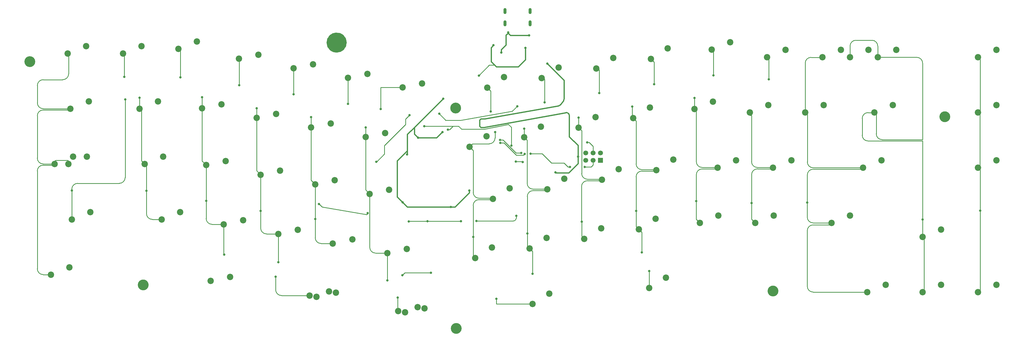
<source format=gbr>
%TF.GenerationSoftware,KiCad,Pcbnew,(6.0.1)*%
%TF.CreationDate,2022-01-26T01:35:16+07:00*%
%TF.ProjectId,Maja V1 PCB Redesign,4d616a61-2056-4312-9050-434220526564,rev?*%
%TF.SameCoordinates,Original*%
%TF.FileFunction,Copper,L1,Top*%
%TF.FilePolarity,Positive*%
%FSLAX46Y46*%
G04 Gerber Fmt 4.6, Leading zero omitted, Abs format (unit mm)*
G04 Created by KiCad (PCBNEW (6.0.1)) date 2022-01-26 01:35:16*
%MOMM*%
%LPD*%
G01*
G04 APERTURE LIST*
%TA.AperFunction,NonConductor*%
%ADD10C,1.874879*%
%TD*%
%TA.AperFunction,NonConductor*%
%ADD11C,3.467596*%
%TD*%
%TA.AperFunction,ComponentPad*%
%ADD12R,1.700000X1.700000*%
%TD*%
%TA.AperFunction,ComponentPad*%
%ADD13C,1.700000*%
%TD*%
%TA.AperFunction,ComponentPad*%
%ADD14C,2.200000*%
%TD*%
%TA.AperFunction,ComponentPad*%
%ADD15O,1.050000X2.100000*%
%TD*%
%TA.AperFunction,ViaPad*%
%ADD16C,0.800000*%
%TD*%
%TA.AperFunction,Conductor*%
%ADD17C,0.250000*%
%TD*%
%TA.AperFunction,Conductor*%
%ADD18C,0.381000*%
%TD*%
G04 APERTURE END LIST*
D10*
X360414485Y-115640758D02*
G75*
G03*
X360414485Y-115640758I-937439J0D01*
G01*
X192314491Y-188640764D02*
G75*
G03*
X192314491Y-188640764I-937439J0D01*
G01*
X84614503Y-173640769D02*
G75*
G03*
X84614503Y-173640769I-937439J0D01*
G01*
X45614479Y-96640770D02*
G75*
G03*
X45614479Y-96640770I-937439J0D01*
G01*
D11*
X151962431Y-90066692D02*
G75*
G03*
X151962431Y-90066692I-1733798J0D01*
G01*
D10*
X192114491Y-112640764D02*
G75*
G03*
X192114491Y-112640764I-937439J0D01*
G01*
X301293241Y-175742746D02*
G75*
G03*
X301293241Y-175742746I-937439J0D01*
G01*
D12*
%TO.P,J2,6,GND*%
%TO.N,GND*%
X241014640Y-130652321D03*
D13*
%TO.P,J2,5,~{RST}*%
%TO.N,RESET*%
X241014640Y-128112321D03*
%TO.P,J2,4,MOSI*%
%TO.N,MOSI*%
X238474640Y-130652321D03*
%TO.P,J2,3,SCK*%
%TO.N,SCK*%
X238474640Y-128112321D03*
%TO.P,J2,2,VCC*%
%TO.N,+5V*%
X235934640Y-130652321D03*
%TO.P,J2,1,MISO*%
%TO.N,MISO*%
X235934640Y-128112321D03*
%TD*%
D14*
%TO.P,K40,1,COL*%
%TO.N,COL9*%
X241480492Y-137332689D03*
%TO.P,K40,2,ROW*%
%TO.N,Net-(D40-Pad2)*%
X247292955Y-133728611D03*
%TD*%
%TO.P,K31,1,COL*%
%TO.N,COL15*%
X370872676Y-114200950D03*
%TO.P,K31,2,ROW*%
%TO.N,Net-(D31-Pad2)*%
X377222676Y-111660950D03*
%TD*%
%TO.P,K54,1,COL*%
%TO.N,COL9*%
X235408492Y-157747039D03*
%TO.P,K54,2,ROW*%
%TO.N,Net-(D54-Pad2)*%
X241220955Y-154142961D03*
%TD*%
%TO.P,K33,1,COL*%
%TO.N,COL2*%
X84171026Y-131918350D03*
%TO.P,K33,2,ROW*%
%TO.N,Net-(D33-Pad2)*%
X90521026Y-129378350D03*
%TD*%
%TO.P,K62,1,COL*%
%TO.N,COL4*%
X143270765Y-177708966D03*
%TO.P,K62,2,ROW*%
%TO.N,Net-(D62-Pad2)*%
X149965361Y-176310220D03*
%TD*%
%TO.P,K21,1,COL*%
%TO.N,COL5*%
X141470625Y-119350764D03*
%TO.P,K21,2,ROW*%
%TO.N,Net-(D21-Pad2)*%
X148165221Y-117952018D03*
%TD*%
%TO.P,K16,1,COL*%
%TO.N,COL15*%
X370872676Y-95152200D03*
%TO.P,K16,2,ROW*%
%TO.N,Net-(D16-Pad2)*%
X377222676Y-92612200D03*
%TD*%
%TO.P,K6,1,COL*%
%TO.N,COL5*%
X154158374Y-102244264D03*
%TO.P,K6,2,ROW*%
%TO.N,Net-(D6-Pad2)*%
X160852970Y-100845518D03*
%TD*%
%TO.P,K69,1,COL*%
%TO.N,COL14*%
X326868179Y-95152229D03*
%TO.P,K69,2,ROW*%
%TO.N,Net-(D15-Pad2)*%
X333218179Y-92612229D03*
%TD*%
%TO.P,K48,1,COL*%
%TO.N,COL3*%
X111403375Y-152736789D03*
%TO.P,K48,2,ROW*%
%TO.N,Net-(D48-Pad2)*%
X118097971Y-151338043D03*
%TD*%
%TO.P,K2,1,COL*%
%TO.N,COL1*%
X76740626Y-93818200D03*
%TO.P,K2,2,ROW*%
%TO.N,Net-(D2-Pad2)*%
X83090626Y-91278200D03*
%TD*%
%TO.P,K70,1,COL*%
%TO.N,COL4*%
X140925691Y-177295466D03*
%TO.P,K70,2,ROW*%
%TO.N,Net-(D62-Pad2)*%
X147620287Y-175896720D03*
%TD*%
%TO.P,K14,1,COL*%
%TO.N,COL13*%
X317343179Y-95152229D03*
%TO.P,K14,2,ROW*%
%TO.N,Net-(D14-Pad2)*%
X323693179Y-92612229D03*
%TD*%
%TO.P,K65,1,COL*%
%TO.N,COL10*%
X257746381Y-174724457D03*
%TO.P,K65,2,ROW*%
%TO.N,Net-(D65-Pad2)*%
X263558844Y-171120379D03*
%TD*%
%TO.P,K56,1,COL*%
%TO.N,COL11*%
X275242176Y-152251650D03*
%TO.P,K56,2,ROW*%
%TO.N,Net-(D56-Pad2)*%
X281592176Y-149711650D03*
%TD*%
%TO.P,K52,1,COL*%
%TO.N,COL7*%
X197887492Y-164362838D03*
%TO.P,K52,2,ROW*%
%TO.N,Net-(D52-Pad2)*%
X203699955Y-160758760D03*
%TD*%
%TO.P,K3,1,COL*%
%TO.N,COL2*%
X95790626Y-92230700D03*
%TO.P,K3,2,ROW*%
%TO.N,Net-(D3-Pad2)*%
X102140626Y-89690700D03*
%TD*%
%TO.P,K36,1,COL*%
%TO.N,COL5*%
X142853124Y-138937889D03*
%TO.P,K36,2,ROW*%
%TO.N,Net-(D36-Pad2)*%
X149547720Y-137539143D03*
%TD*%
%TO.P,K37,1,COL*%
%TO.N,COL6*%
X161613374Y-142246239D03*
%TO.P,K37,2,ROW*%
%TO.N,Net-(D37-Pad2)*%
X168307970Y-140847493D03*
%TD*%
%TO.P,K27,1,COL*%
%TO.N,COL11*%
X273337176Y-112982650D03*
%TO.P,K27,2,ROW*%
%TO.N,Net-(D27-Pad2)*%
X279687176Y-110442650D03*
%TD*%
%TO.P,K64,1,COL*%
%TO.N,COL8*%
X217610742Y-180229013D03*
%TO.P,K64,2,ROW*%
%TO.N,Net-(D64-Pad2)*%
X223423205Y-176624935D03*
%TD*%
%TO.P,K51,1,COL*%
%TO.N,COL6*%
X167685625Y-162660789D03*
%TO.P,K51,2,ROW*%
%TO.N,Net-(D51-Pad2)*%
X174380221Y-161262043D03*
%TD*%
%TO.P,K1,1,COL*%
%TO.N,COL0*%
X57690626Y-93818200D03*
%TO.P,K1,2,ROW*%
%TO.N,Net-(D1-Pad2)*%
X64040626Y-91278200D03*
%TD*%
%TO.P,K22,1,COL*%
%TO.N,COL6*%
X160231125Y-122658789D03*
%TO.P,K22,2,ROW*%
%TO.N,Net-(D22-Pad2)*%
X166925721Y-121260043D03*
%TD*%
%TO.P,K11,1,COL*%
%TO.N,COL10*%
X258315992Y-95675889D03*
%TO.P,K11,2,ROW*%
%TO.N,Net-(D11-Pad2)*%
X264128455Y-92071811D03*
%TD*%
%TO.P,K35,1,COL*%
%TO.N,COL4*%
X124092125Y-135630589D03*
%TO.P,K35,2,ROW*%
%TO.N,Net-(D35-Pad2)*%
X130786721Y-134231843D03*
%TD*%
%TO.P,K18,1,COL*%
%TO.N,COL2*%
X82456176Y-112868350D03*
%TO.P,K18,2,ROW*%
%TO.N,Net-(D18-Pad2)*%
X88806176Y-110328350D03*
%TD*%
%TO.P,K44,1,COL*%
%TO.N,COL13*%
X331343676Y-133250950D03*
%TO.P,K44,2,ROW*%
%TO.N,Net-(D44-Pad2)*%
X337693676Y-130710950D03*
%TD*%
%TO.P,K50,1,COL*%
%TO.N,COL5*%
X148924874Y-159352789D03*
%TO.P,K50,2,ROW*%
%TO.N,Net-(D50-Pad2)*%
X155619470Y-157954043D03*
%TD*%
%TO.P,K34,1,COL*%
%TO.N,COL3*%
X105331574Y-132321889D03*
%TO.P,K34,2,ROW*%
%TO.N,Net-(D34-Pad2)*%
X112026170Y-130923143D03*
%TD*%
%TO.P,K26,1,COL*%
%TO.N,COL10*%
X252243492Y-116090338D03*
%TO.P,K26,2,ROW*%
%TO.N,Net-(D26-Pad2)*%
X258055955Y-112486260D03*
%TD*%
%TO.P,K10,1,COL*%
%TO.N,COL9*%
X239554992Y-98984489D03*
%TO.P,K10,2,ROW*%
%TO.N,Net-(D10-Pad2)*%
X245367455Y-95380411D03*
%TD*%
%TO.P,K63,1,COL*%
%TO.N,COL6*%
X173756720Y-183084462D03*
%TO.P,K63,2,ROW*%
%TO.N,Net-(D63-Pad2)*%
X180451316Y-181685716D03*
%TD*%
%TO.P,K15,1,COL*%
%TO.N,COL14*%
X336393179Y-95152229D03*
%TO.P,K15,2,ROW*%
%TO.N,Net-(D15-Pad2)*%
X342743179Y-92612229D03*
%TD*%
%TO.P,K20,1,COL*%
%TO.N,COL4*%
X122710374Y-116042437D03*
%TO.P,K20,2,ROW*%
%TO.N,Net-(D20-Pad2)*%
X129404970Y-114643691D03*
%TD*%
%TO.P,K17,1,COL*%
%TO.N,COL0*%
X58643676Y-112868350D03*
%TO.P,K17,2,ROW*%
%TO.N,Net-(D17-Pad2)*%
X64993676Y-110328350D03*
%TD*%
%TO.P,K7,1,COL*%
%TO.N,COL6*%
X172920374Y-105552189D03*
%TO.P,K7,2,ROW*%
%TO.N,Net-(D7-Pad2)*%
X179614970Y-104153443D03*
%TD*%
%TO.P,K19,1,COL*%
%TO.N,COL3*%
X103949474Y-112734789D03*
%TO.P,K19,2,ROW*%
%TO.N,Net-(D19-Pad2)*%
X110644070Y-111336043D03*
%TD*%
%TO.P,K5,1,COL*%
%TO.N,COL4*%
X135398375Y-98936289D03*
%TO.P,K5,2,ROW*%
%TO.N,Net-(D5-Pad2)*%
X142092971Y-97537543D03*
%TD*%
%TO.P,K24,1,COL*%
%TO.N,COL8*%
X214722242Y-122706138D03*
%TO.P,K24,2,ROW*%
%TO.N,Net-(D24-Pad2)*%
X220534705Y-119102060D03*
%TD*%
%TO.P,K28,1,COL*%
%TO.N,COL12*%
X292387176Y-114200950D03*
%TO.P,K28,2,ROW*%
%TO.N,Net-(D28-Pad2)*%
X298737176Y-111660950D03*
%TD*%
%TO.P,K67,1,COL*%
%TO.N,COL14*%
X351822676Y-176114050D03*
%TO.P,K67,2,ROW*%
%TO.N,Net-(D67-Pad2)*%
X358172676Y-173574050D03*
%TD*%
%TO.P,K59,1,COL*%
%TO.N,COL14*%
X351822676Y-157063950D03*
%TO.P,K59,2,ROW*%
%TO.N,Net-(D59-Pad2)*%
X358172676Y-154523950D03*
%TD*%
%TO.P,K8,1,COL*%
%TO.N,COL7*%
X202033992Y-105600589D03*
%TO.P,K8,2,ROW*%
%TO.N,Net-(D8-Pad2)*%
X207846455Y-101996511D03*
%TD*%
%TO.P,K9,1,COL*%
%TO.N,COL8*%
X220794742Y-102291738D03*
%TO.P,K9,2,ROW*%
%TO.N,Net-(D9-Pad2)*%
X226607205Y-98687660D03*
%TD*%
%TO.P,K39,1,COL*%
%TO.N,COL8*%
X222720242Y-140639963D03*
%TO.P,K39,2,ROW*%
%TO.N,Net-(D39-Pad2)*%
X228532705Y-137035885D03*
%TD*%
%TO.P,K49,1,COL*%
%TO.N,COL4*%
X130165125Y-156044789D03*
%TO.P,K49,2,ROW*%
%TO.N,Net-(D49-Pad2)*%
X136859721Y-154646043D03*
%TD*%
%TO.P,K43,1,COL*%
%TO.N,COL12*%
X300387676Y-133250950D03*
%TO.P,K43,2,ROW*%
%TO.N,Net-(D43-Pad2)*%
X306737676Y-130710950D03*
%TD*%
%TO.P,K47,1,COL*%
%TO.N,COL2*%
X90076519Y-151038991D03*
%TO.P,K47,2,ROW*%
%TO.N,Net-(D47-Pad2)*%
X96426519Y-148498991D03*
%TD*%
%TO.P,K58,1,COL*%
%TO.N,COL13*%
X320485926Y-152251650D03*
%TO.P,K58,2,ROW*%
%TO.N,Net-(D58-Pad2)*%
X326835926Y-149711650D03*
%TD*%
%TO.P,K29,1,COL*%
%TO.N,COL13*%
X311437176Y-114200950D03*
%TO.P,K29,2,ROW*%
%TO.N,Net-(D29-Pad2)*%
X317787176Y-111660950D03*
%TD*%
%TO.P,K23,1,COL*%
%TO.N,COL7*%
X195961992Y-126014838D03*
%TO.P,K23,2,ROW*%
%TO.N,Net-(D23-Pad2)*%
X201774455Y-122410760D03*
%TD*%
%TO.P,K71,1,COL*%
%TO.N,COL6*%
X171411646Y-182670962D03*
%TO.P,K71,2,ROW*%
%TO.N,Net-(D63-Pad2)*%
X178106242Y-181272216D03*
%TD*%
%TO.P,K61,1,COL*%
%TO.N,COL3*%
X106892992Y-172270156D03*
%TO.P,K61,2,ROW*%
%TO.N,Net-(D61-Pad2)*%
X113587588Y-170871410D03*
%TD*%
%TO.P,K45,1,COL*%
%TO.N,COL15*%
X370872676Y-133250950D03*
%TO.P,K45,2,ROW*%
%TO.N,Net-(D45-Pad2)*%
X377222676Y-130710950D03*
%TD*%
%TO.P,K42,1,COL*%
%TO.N,COL11*%
X281337676Y-133250950D03*
%TO.P,K42,2,ROW*%
%TO.N,Net-(D42-Pad2)*%
X287687676Y-130710950D03*
%TD*%
%TO.P,K25,1,COL*%
%TO.N,COL9*%
X233482242Y-119398614D03*
%TO.P,K25,2,ROW*%
%TO.N,Net-(D25-Pad2)*%
X239294705Y-115794536D03*
%TD*%
%TO.P,K32,1,COL*%
%TO.N,COL0*%
X57976469Y-131918691D03*
%TO.P,K32,2,ROW*%
%TO.N,Net-(D32-Pad2)*%
X64326469Y-129378691D03*
%TD*%
%TO.P,K38,1,COL*%
%TO.N,COL7*%
X203959492Y-143948664D03*
%TO.P,K38,2,ROW*%
%TO.N,Net-(D38-Pad2)*%
X209771955Y-140344586D03*
%TD*%
%TO.P,K46,1,COL*%
%TO.N,COL1*%
X59111615Y-151039046D03*
%TO.P,K46,2,ROW*%
%TO.N,Net-(D46-Pad2)*%
X65461615Y-148499046D03*
%TD*%
%TO.P,K68,1,COL*%
%TO.N,COL15*%
X370872676Y-176114050D03*
%TO.P,K68,2,ROW*%
%TO.N,Net-(D68-Pad2)*%
X377222676Y-173574050D03*
%TD*%
%TO.P,K30,1,COL*%
%TO.N,COL14*%
X335250676Y-114200950D03*
%TO.P,K30,2,ROW*%
%TO.N,Net-(D30-Pad2)*%
X341600676Y-111660950D03*
%TD*%
%TO.P,K57,1,COL*%
%TO.N,COL12*%
X294292176Y-152251650D03*
%TO.P,K57,2,ROW*%
%TO.N,Net-(D57-Pad2)*%
X300642176Y-149711650D03*
%TD*%
%TO.P,K66,1,COL*%
%TO.N,COL13*%
X332772676Y-176114050D03*
%TO.P,K66,2,ROW*%
%TO.N,Net-(D66-Pad2)*%
X339122676Y-173574050D03*
%TD*%
%TO.P,K41,1,COL*%
%TO.N,COL10*%
X260241742Y-134023988D03*
%TO.P,K41,2,ROW*%
%TO.N,Net-(D41-Pad2)*%
X266054205Y-130419910D03*
%TD*%
%TO.P,K12,1,COL*%
%TO.N,COL11*%
X279242676Y-92484200D03*
%TO.P,K12,2,ROW*%
%TO.N,Net-(D12-Pad2)*%
X285592676Y-89944200D03*
%TD*%
%TO.P,K60,1,COL*%
%TO.N,COL0*%
X51975976Y-170089500D03*
%TO.P,K60,2,ROW*%
%TO.N,Net-(D60-Pad2)*%
X58325976Y-167549500D03*
%TD*%
%TO.P,K4,1,COL*%
%TO.N,COL3*%
X116637875Y-95628189D03*
%TO.P,K4,2,ROW*%
%TO.N,Net-(D4-Pad2)*%
X123332471Y-94229443D03*
%TD*%
%TO.P,K72,1,COL*%
%TO.N,COL0*%
X53213969Y-131918691D03*
%TO.P,K72,2,ROW*%
%TO.N,Net-(D32-Pad2)*%
X59563969Y-129378691D03*
%TD*%
%TO.P,K53,1,COL*%
%TO.N,COL8*%
X216647992Y-161054939D03*
%TO.P,K53,2,ROW*%
%TO.N,Net-(D53-Pad2)*%
X222460455Y-157450861D03*
%TD*%
%TO.P,K55,1,COL*%
%TO.N,COL10*%
X254168992Y-154439039D03*
%TO.P,K55,2,ROW*%
%TO.N,Net-(D55-Pad2)*%
X259981455Y-150834961D03*
%TD*%
%TO.P,K13,1,COL*%
%TO.N,COL12*%
X298292676Y-95152200D03*
%TO.P,K13,2,ROW*%
%TO.N,Net-(D13-Pad2)*%
X304642676Y-92612200D03*
%TD*%
D15*
%TO.P,J1,S1,SHIELD*%
%TO.N,GND*%
X208117499Y-83400000D03*
%TO.P,J1,S2,SHIELD*%
X216757499Y-83400000D03*
%TO.P,J1,S3,SHIELD*%
X208117499Y-79220000D03*
%TO.P,J1,S4,SHIELD*%
X216757499Y-79220000D03*
%TD*%
D16*
%TO.N,SCK*%
X236417140Y-124482321D03*
%TO.N,GND*%
X233267140Y-129432321D03*
%TO.N,MOSI*%
X235567140Y-132932321D03*
X230517140Y-132932321D03*
%TO.N,COL3*%
X111539364Y-163155712D03*
%TO.N,+5V*%
X178245772Y-122893927D03*
%TO.N,GND*%
X222749112Y-97279188D03*
X225465105Y-134791262D03*
%TO.N,MISO*%
X214277248Y-131238062D03*
X211889326Y-131111376D03*
%TO.N,GND*%
X199139800Y-101452937D03*
X204197995Y-91004766D03*
X215189838Y-91907321D03*
%TO.N,MOSI*%
X216949504Y-128401838D03*
X214884273Y-128498646D03*
X206540203Y-124689278D03*
%TO.N,SCK*%
X213737584Y-128150848D03*
X206484976Y-123662637D03*
%TO.N,ROW1*%
X188505960Y-120085876D03*
%TO.N,+5V*%
X186661275Y-120911126D03*
%TO.N,ROW1*%
X210359504Y-125556210D03*
X180350921Y-118901579D03*
X175316923Y-115061542D03*
X163870510Y-131139726D03*
%TO.N,ROW0*%
X212391279Y-112008220D03*
X185562195Y-114613854D03*
%TO.N,ROW 2*%
X181457998Y-151643199D03*
%TO.N,ROW3*%
X172817140Y-170332321D03*
X182667140Y-169432321D03*
%TO.N,ROW 2*%
X175017140Y-151732321D03*
X193017140Y-151632321D03*
X212017140Y-149775392D03*
X198367140Y-151582321D03*
%TO.N,+5V*%
X174467139Y-128632331D03*
X172892140Y-145107321D03*
X189517140Y-146782321D03*
%TO.N,VCC*%
X206917140Y-93513571D03*
%TO.N,+5V*%
X195867140Y-141082321D03*
X186917140Y-109382321D03*
%TO.N,VCC*%
X209267140Y-86582321D03*
X216417140Y-87582321D03*
%TO.N,COL11*%
X273337176Y-109141370D03*
%TO.N,COL10*%
X251949250Y-112087436D03*
%TO.N,COL9*%
X233482242Y-115960690D03*
%TO.N,COL8*%
X214722242Y-119763906D03*
%TO.N,COL7*%
X204724250Y-120903997D03*
X203199250Y-113788913D03*
%TO.N,COL8*%
X221799250Y-110726543D03*
%TO.N,COL9*%
X240599250Y-107464172D03*
%TO.N,COL10*%
X259415991Y-104402879D03*
%TO.N,COL11*%
X279824250Y-101347393D03*
%TO.N,COL12*%
X298949250Y-102769819D03*
%TO.N,COL8*%
X205149250Y-178384290D03*
%TO.N,COL10*%
X257746381Y-168866569D03*
X255224250Y-162417856D03*
%TO.N,COL8*%
X217674250Y-169763866D03*
%TO.N,COL6*%
X167685625Y-172048505D03*
X171258633Y-177994917D03*
%TO.N,COL4*%
X129249250Y-170761469D03*
X130165125Y-165850187D03*
%TO.N,COL6*%
X165374250Y-112963630D03*
%TO.N,COL5*%
X154158374Y-111185766D03*
%TO.N,COL4*%
X135398375Y-107938156D03*
%TO.N,COL6*%
X160231125Y-119330608D03*
%TO.N,COL5*%
X141470625Y-115801144D03*
%TO.N,COL4*%
X122710374Y-112707065D03*
%TO.N,COL3*%
X103949474Y-108911779D03*
%TO.N,COL2*%
X82456176Y-109058988D03*
%TO.N,COL1*%
X77474250Y-109684569D03*
X77199250Y-101894312D03*
%TO.N,COL2*%
X96449250Y-102014215D03*
%TO.N,COL3*%
X116699250Y-104743489D03*
%TO.N,COL7*%
X197199250Y-157066323D03*
%TO.N,COL8*%
X215824250Y-155861664D03*
%TO.N,COL9*%
X234524250Y-151820906D03*
%TO.N,COL10*%
X253249250Y-148140087D03*
%TO.N,COL11*%
X273974250Y-144693248D03*
%TO.N,COL12*%
X292999250Y-145362934D03*
%TO.N,COL5*%
X142853124Y-150871875D03*
%TO.N,COL4*%
X124092125Y-148122874D03*
%TO.N,COL13*%
X312149250Y-145255749D03*
%TO.N,COL14*%
X351822676Y-151112323D03*
%TO.N,ROW 2*%
X144160657Y-145725401D03*
X160888874Y-148907500D03*
%TO.N,COL15*%
X371599250Y-148016075D03*
%TO.N,COL1*%
X59111615Y-141083710D03*
%TO.N,COL2*%
X84799250Y-141136075D03*
%TO.N,COL3*%
X105357499Y-144647500D03*
%TD*%
D17*
%TO.N,SCK*%
X238474640Y-125839821D02*
X238474640Y-128112321D01*
X237117140Y-124482321D02*
X238474640Y-125839821D01*
X236417140Y-124482321D02*
X237117140Y-124482321D01*
D18*
%TO.N,GND*%
X233267140Y-129432321D02*
X233267140Y-131782321D01*
X230086097Y-134963364D02*
X225637207Y-134963364D01*
X233267140Y-131782321D02*
X230086097Y-134963364D01*
X233267140Y-125515661D02*
X233267140Y-129432321D01*
X230275970Y-122524491D02*
X233267140Y-125515661D01*
X230275970Y-115239103D02*
X230275970Y-122524491D01*
X229944057Y-114492976D02*
X229983077Y-114531996D01*
X200993651Y-119291500D02*
X229058992Y-114216045D01*
X199874528Y-119366324D02*
X200918827Y-119366324D01*
X199871662Y-119368032D02*
X199874528Y-119366324D01*
X199866367Y-119365838D02*
X199871662Y-119368032D01*
X199862314Y-119361785D02*
X199866367Y-119365838D01*
X199860120Y-119356490D02*
X199862314Y-119361785D01*
X199861828Y-119353624D02*
X199860120Y-119356490D01*
X199444944Y-118936740D02*
X199861828Y-119353624D01*
X199444944Y-116784549D02*
X199444944Y-118936740D01*
X199861828Y-116367665D02*
X199444944Y-116784549D01*
X199860120Y-116364799D02*
X199861828Y-116367665D01*
X199866367Y-116355451D02*
X199862314Y-116359504D01*
X199862314Y-116359504D02*
X199860120Y-116364799D01*
X199871662Y-116353257D02*
X199866367Y-116355451D01*
X199874528Y-116354965D02*
X199871662Y-116353257D01*
X201181048Y-116354965D02*
X199874528Y-116354965D01*
X200918827Y-119366324D02*
X200993651Y-119291500D01*
X222749112Y-97279188D02*
X228509167Y-103039243D01*
X228509167Y-103039243D02*
X228509167Y-109450939D01*
X230275969Y-115239103D02*
G75*
G03*
X229983076Y-114531997I-999993J3D01*
G01*
X226579425Y-111885305D02*
X201181048Y-116354965D01*
X229944056Y-114492977D02*
G75*
G03*
X229058992Y-114216046I-707106J-707107D01*
G01*
X228304948Y-110056523D02*
X227201887Y-111506024D01*
X226579425Y-111885305D02*
G75*
G03*
X227201886Y-111506024I-173320J984867D01*
G01*
X228304948Y-110056523D02*
G75*
G03*
X228509167Y-109450939I-795780J605584D01*
G01*
D17*
%TO.N,MOSI*%
X237817140Y-132932321D02*
X238474640Y-132274821D01*
X235567140Y-132932321D02*
X237817140Y-132932321D01*
X238474640Y-132274821D02*
X238474640Y-130652321D01*
X230517140Y-132952321D02*
X230517140Y-132932321D01*
X229859637Y-132952321D02*
X230517140Y-132952321D01*
%TO.N,GND*%
X225465105Y-134791262D02*
X225637207Y-134963364D01*
%TO.N,COL13*%
X312149250Y-150251650D02*
G75*
G03*
X314149250Y-152251650I1999999J-1D01*
G01*
X314149250Y-152935844D02*
G75*
G03*
X312149250Y-154935844I-1J-1999999D01*
G01*
X312149250Y-174110844D02*
G75*
G03*
X314149250Y-176110844I1999999J-1D01*
G01*
%TO.N,ROW 2*%
X211017140Y-151582321D02*
G75*
G03*
X212017140Y-150582321I1J999999D01*
G01*
%TO.N,COL7*%
X199212095Y-143748542D02*
G75*
G02*
X197212095Y-141748542I-1J1999999D01*
G01*
X199199250Y-144210844D02*
G75*
G03*
X197199250Y-146210844I-1J-1999999D01*
G01*
X204724250Y-122985844D02*
G75*
G02*
X202724250Y-124985844I-1999999J-1D01*
G01*
%TO.N,COL8*%
X217824250Y-141110844D02*
G75*
G03*
X215824250Y-143110844I-1J-1999999D01*
G01*
X217774250Y-140610844D02*
G75*
G02*
X215774250Y-138610844I-1J1999999D01*
G01*
%TO.N,COL10*%
X255249250Y-133885844D02*
G75*
G02*
X253249250Y-131885844I-1J1999999D01*
G01*
X255249250Y-134360844D02*
G75*
G03*
X253249250Y-136360844I-1J-1999999D01*
G01*
%TO.N,COL9*%
X236494994Y-137693573D02*
G75*
G03*
X234494994Y-139693573I-1J-1999999D01*
G01*
X234524250Y-135209137D02*
G75*
G03*
X236524250Y-137209137I1999999J-1D01*
G01*
X234494994Y-151791650D02*
X234524250Y-151820906D01*
X234494994Y-139693573D02*
X234494994Y-151791650D01*
X241480492Y-137693573D02*
X236494994Y-137693573D01*
X241480492Y-137332689D02*
X241480492Y-137693573D01*
X241356940Y-137209137D02*
X241480492Y-137332689D01*
X236524250Y-137209137D02*
X241356940Y-137209137D01*
X233482242Y-119398614D02*
X234524250Y-120440622D01*
X234524250Y-120440622D02*
X234524250Y-135209137D01*
%TO.N,COL13*%
X312174250Y-131250950D02*
G75*
G03*
X314174250Y-133250950I1999999J-1D01*
G01*
X314149250Y-133735844D02*
G75*
G03*
X312149250Y-135735844I-1J-1999999D01*
G01*
%TO.N,COL12*%
X292999250Y-135610844D02*
G75*
G02*
X294999250Y-133610844I1999999J1D01*
G01*
X292974250Y-131135844D02*
G75*
G03*
X294974250Y-133135844I1999999J-1D01*
G01*
%TO.N,COL11*%
X273974250Y-131135844D02*
G75*
G03*
X275974250Y-133135844I1999999J-1D01*
G01*
X273974250Y-135635844D02*
G75*
G02*
X275974250Y-133635844I1999999J1D01*
G01*
%TO.N,COL14*%
X335874250Y-121535844D02*
G75*
G03*
X337874250Y-123535844I1999999J-1D01*
G01*
X331049250Y-122010844D02*
G75*
G03*
X333049250Y-124010844I1999999J-1D01*
G01*
X333044540Y-114206146D02*
G75*
G03*
X331049250Y-116206140I4711J-1999995D01*
G01*
X333044540Y-114206145D02*
X335250676Y-114200950D01*
X351824250Y-97152229D02*
G75*
G03*
X349824250Y-95152229I-1999999J1D01*
G01*
X336393179Y-91260844D02*
G75*
G03*
X334393179Y-89260844I-1999999J1D01*
G01*
X326868179Y-91260844D02*
G75*
G02*
X328868179Y-89260844I1999999J1D01*
G01*
%TO.N,COL13*%
X311437176Y-97160844D02*
G75*
G02*
X313437176Y-95160844I1999999J1D01*
G01*
%TO.N,COL6*%
X161613374Y-160660789D02*
G75*
G03*
X163613374Y-162660789I1999999J-1D01*
G01*
%TO.N,COL5*%
X142853124Y-157352789D02*
G75*
G03*
X144853124Y-159352789I1999999J-1D01*
G01*
%TO.N,COL4*%
X131249250Y-177295466D02*
G75*
G02*
X129249250Y-175295466I-1J1999999D01*
G01*
X124092125Y-154044789D02*
G75*
G03*
X126092125Y-156044789I1999999J-1D01*
G01*
%TO.N,COL3*%
X105331574Y-150736789D02*
G75*
G03*
X107331574Y-152736789I1999999J-1D01*
G01*
%TO.N,COL2*%
X86798057Y-151037037D02*
G75*
G02*
X84799250Y-149037036I1194J2000001D01*
G01*
X86798057Y-151037036D02*
X90076519Y-151038991D01*
%TO.N,COL0*%
X47249250Y-168085844D02*
G75*
G03*
X49249250Y-170085844I1999999J-1D01*
G01*
%TO.N,COL1*%
X77474250Y-136610844D02*
G75*
G02*
X75474250Y-138610844I-1999999J-1D01*
G01*
X59111615Y-140610844D02*
G75*
G02*
X61111615Y-138610844I1999999J1D01*
G01*
%TO.N,COL0*%
X47249250Y-134335844D02*
G75*
G02*
X49249250Y-132335844I1999999J1D01*
G01*
X49249250Y-131918691D02*
G75*
G02*
X47249250Y-129918691I-1J1999999D01*
G01*
X47249250Y-115310844D02*
G75*
G02*
X49249250Y-113310844I1999999J1D01*
G01*
X49265992Y-112868350D02*
G75*
G02*
X47265992Y-110868350I-1J1999999D01*
G01*
X47265992Y-104860844D02*
G75*
G02*
X49265992Y-102860844I1999999J1D01*
G01*
X58024250Y-100860844D02*
G75*
G02*
X56024250Y-102860844I-1999999J-1D01*
G01*
X47265992Y-104860844D02*
X47265992Y-110868350D01*
X56024250Y-102860844D02*
X49265992Y-102860844D01*
X58024250Y-93818200D02*
X58024250Y-100860844D01*
X49265992Y-112868350D02*
X58643676Y-112868350D01*
X57690626Y-93818200D02*
X58024250Y-93818200D01*
%TO.N,COL3*%
X111403375Y-163019723D02*
X111539364Y-163155712D01*
X111403375Y-152736789D02*
X111403375Y-163019723D01*
%TO.N,ROW1*%
X201088013Y-119925486D02*
X209229578Y-118325453D01*
X209229578Y-118325453D02*
X209352901Y-118303151D01*
X209352901Y-118303151D02*
X210359504Y-119282396D01*
X210359504Y-119282396D02*
X210359504Y-125556210D01*
X192185744Y-118901579D02*
X193209651Y-119925486D01*
X193209651Y-119925486D02*
X201088013Y-119925486D01*
%TO.N,ROW0*%
X210630743Y-113768756D02*
X192942720Y-116828954D01*
X187777295Y-116828954D02*
X192942720Y-116828954D01*
X210630743Y-113768756D02*
X212391279Y-112008220D01*
X185562195Y-114613854D02*
X187777295Y-116828954D01*
%TO.N,MISO*%
X214150562Y-131111376D02*
X214277248Y-131238062D01*
X211889326Y-131111376D02*
X214150562Y-131111376D01*
%TO.N,GND*%
X202769694Y-97823043D02*
X204605454Y-97823043D01*
X199139800Y-101452937D02*
X202769694Y-97823043D01*
D18*
X204605454Y-97823043D02*
X205209097Y-98426687D01*
X203413574Y-96631164D02*
X204605454Y-97823043D01*
%TO.N,+5V*%
X178245772Y-122893927D02*
X176970054Y-121618209D01*
X184587870Y-122893927D02*
X178245772Y-122893927D01*
X186570671Y-120911126D02*
X184587870Y-122893927D01*
X186661275Y-120911126D02*
X186570671Y-120911126D01*
X176970054Y-121618209D02*
X176970054Y-119329408D01*
%TO.N,GND*%
X212760094Y-98426687D02*
X215189838Y-95996943D01*
X215189838Y-95996943D02*
X215189838Y-91907321D01*
X205209097Y-98426687D02*
X212760094Y-98426687D01*
X203413574Y-91789187D02*
X203413574Y-96631164D01*
X204197995Y-91004766D02*
X203413574Y-91789187D01*
D17*
%TO.N,COL7*%
X203759370Y-143748542D02*
X203959492Y-143948664D01*
X199212095Y-143748542D02*
X203759370Y-143748542D01*
X197212095Y-127264941D02*
X197212095Y-141748542D01*
X195961992Y-126014838D02*
X197212095Y-127264941D01*
%TO.N,SCK*%
X211929528Y-128150848D02*
X213737584Y-128150848D01*
X207441316Y-123662637D02*
X211929528Y-128150848D01*
X206484976Y-123662637D02*
X207441316Y-123662637D01*
%TO.N,MOSI*%
X214507560Y-128875359D02*
X214884273Y-128498646D01*
X212018321Y-128875359D02*
X214507560Y-128875359D01*
X207832240Y-124689278D02*
X212018321Y-128875359D01*
X206540203Y-124689278D02*
X207832240Y-124689278D01*
X228494148Y-131586832D02*
X229859637Y-132952321D01*
X220970009Y-128401838D02*
X224155003Y-131586832D01*
X216949504Y-128401838D02*
X220970009Y-128401838D01*
X224155003Y-131586832D02*
X228494148Y-131586832D01*
%TO.N,ROW1*%
X189065294Y-120085876D02*
X190249591Y-118901579D01*
X188505960Y-120085876D02*
X189065294Y-120085876D01*
X190249591Y-118901579D02*
X192185744Y-118901579D01*
X180350921Y-118901579D02*
X192185744Y-118901579D01*
D18*
%TO.N,+5V*%
X176970054Y-119329408D02*
X174567140Y-121732321D01*
X186917140Y-109382321D02*
X176970054Y-119329408D01*
D17*
%TO.N,ROW1*%
X164014583Y-131139726D02*
X163870510Y-131139726D01*
X166701041Y-125592068D02*
X166701041Y-128453268D01*
X173961616Y-116416849D02*
X173961616Y-118331493D01*
X166701041Y-128453268D02*
X164014583Y-131139726D01*
X175316923Y-115061542D02*
X173961616Y-116416849D01*
X173961616Y-118331493D02*
X166701041Y-125592068D01*
%TO.N,ROW 2*%
X181468876Y-151632321D02*
X181457998Y-151643199D01*
X175017140Y-151632321D02*
X175017140Y-151732321D01*
X181457998Y-151643199D02*
X181447120Y-151632321D01*
X193017140Y-151632321D02*
X181468876Y-151632321D01*
X181447120Y-151632321D02*
X175017140Y-151632321D01*
%TO.N,ROW3*%
X173717140Y-169432321D02*
X172817140Y-170332321D01*
X182667140Y-169432321D02*
X173717140Y-169432321D01*
%TO.N,ROW 2*%
X211017140Y-151582321D02*
X198367140Y-151582321D01*
X212017140Y-149775392D02*
X212017140Y-150582321D01*
D18*
%TO.N,+5V*%
X174567140Y-128632331D02*
X174467139Y-128632331D01*
X174567140Y-127382321D02*
X174567140Y-128632331D01*
X172892140Y-145107321D02*
X174567140Y-146782321D01*
X189517140Y-146782321D02*
X190967140Y-146782321D01*
X190967140Y-146782321D02*
X195867140Y-141882321D01*
X195867140Y-141882321D02*
X195867140Y-141082321D01*
X171067140Y-143282321D02*
X172892140Y-145107321D01*
X171067140Y-130882321D02*
X171067140Y-143282321D01*
X174567140Y-127382321D02*
X171067140Y-130882321D01*
X174567140Y-121732321D02*
X174567140Y-127382321D01*
X174567140Y-146782321D02*
X189517140Y-146782321D01*
%TO.N,VCC*%
X206917140Y-92482321D02*
X206917140Y-93513571D01*
X208517140Y-87532321D02*
X208517140Y-90882321D01*
D17*
X209267140Y-86582321D02*
X209267140Y-86782321D01*
D18*
X209267140Y-86782321D02*
X208517140Y-87532321D01*
X208517140Y-90882321D02*
X206917140Y-92482321D01*
D17*
X209267140Y-86832321D02*
X209267140Y-86582321D01*
D18*
X216417140Y-87582321D02*
X210017140Y-87582321D01*
X210017140Y-87582321D02*
X209267140Y-86832321D01*
D17*
%TO.N,COL11*%
X273337176Y-109141370D02*
X273337176Y-112982650D01*
%TO.N,COL10*%
X251949250Y-112087436D02*
X251949250Y-115796096D01*
%TO.N,COL8*%
X214722242Y-119763906D02*
X214722242Y-122706138D01*
%TO.N,COL7*%
X204724250Y-120903997D02*
X204724250Y-122985844D01*
%TO.N,COL9*%
X240599250Y-107464172D02*
X240599250Y-99410844D01*
%TO.N,COL10*%
X257746381Y-168866569D02*
X257746381Y-174724457D01*
%TO.N,COL8*%
X217674250Y-169763866D02*
X217674250Y-162081197D01*
%TO.N,COL6*%
X171258633Y-177994917D02*
X171258633Y-182517949D01*
%TO.N,COL4*%
X130165125Y-165850187D02*
X130165125Y-156044789D01*
%TO.N,COL5*%
X154158374Y-111185766D02*
X154158374Y-102244264D01*
%TO.N,COL6*%
X160231125Y-119330608D02*
X160231125Y-122658789D01*
%TO.N,COL4*%
X122710374Y-112707065D02*
X122710374Y-116042437D01*
%TO.N,COL3*%
X103949474Y-108911779D02*
X103949474Y-112734789D01*
%TO.N,COL2*%
X82456176Y-109058988D02*
X82456176Y-112868350D01*
%TO.N,COL1*%
X77474250Y-109684569D02*
X77474250Y-136610844D01*
%TO.N,COL7*%
X197199250Y-157066323D02*
X197199250Y-163674596D01*
%TO.N,COL8*%
X215824250Y-155861664D02*
X215824250Y-161054939D01*
%TO.N,COL9*%
X234524250Y-151820906D02*
X234524250Y-156862797D01*
%TO.N,COL10*%
X253249250Y-148140087D02*
X253249250Y-153519297D01*
%TO.N,COL11*%
X273974250Y-144693248D02*
X273974250Y-150983724D01*
%TO.N,COL12*%
X292999250Y-145362934D02*
X292999250Y-150958724D01*
%TO.N,COL5*%
X142853124Y-150871875D02*
X142853124Y-157352789D01*
%TO.N,COL4*%
X124092125Y-148122874D02*
X124092125Y-154044789D01*
%TO.N,COL3*%
X105331574Y-144673425D02*
X105331574Y-150736789D01*
X105357499Y-144647500D02*
X105331574Y-144673425D01*
X105331574Y-144621575D02*
X105357499Y-144647500D01*
X107331574Y-152736789D02*
X111403375Y-152736789D01*
X105331574Y-132321889D02*
X105331574Y-144621575D01*
%TO.N,COL4*%
X126092125Y-156044789D02*
X130165125Y-156044789D01*
%TO.N,ROW 2*%
X160888874Y-149057500D02*
X160888874Y-148907500D01*
%TO.N,COL4*%
X124092125Y-135630589D02*
X124092125Y-147123200D01*
X124092125Y-147123200D02*
X124092125Y-148122874D01*
%TO.N,ROW 2*%
X160545418Y-149400956D02*
X160888874Y-149057500D01*
X145283588Y-146743589D02*
X160545418Y-149400956D01*
X144265400Y-145725401D02*
X145283588Y-146743589D01*
%TO.N,COL13*%
X312149250Y-145255749D02*
X312149250Y-150251650D01*
%TO.N,COL14*%
X351822676Y-151112323D02*
X351822676Y-157063950D01*
%TO.N,COL15*%
X371599250Y-148016075D02*
X371599250Y-175387476D01*
%TO.N,COL5*%
X142853124Y-150502201D02*
X142853124Y-150871875D01*
%TO.N,COL6*%
X171258633Y-182517949D02*
X171411646Y-182670962D01*
X167685625Y-162660789D02*
X167685625Y-172048505D01*
%TO.N,COL0*%
X53213969Y-131918691D02*
X52599250Y-131918691D01*
X58643676Y-113310844D02*
X49249250Y-113310844D01*
X57976469Y-130888063D02*
X57976469Y-131918691D01*
X52599250Y-132335844D02*
X49249250Y-132335844D01*
X50227906Y-170089500D02*
X51975976Y-170089500D01*
X49249250Y-170085844D02*
X50224250Y-170085844D01*
X47249250Y-115310844D02*
X47249250Y-129918691D01*
X53549250Y-130635844D02*
X57724250Y-130635844D01*
X52599250Y-131918691D02*
X52599250Y-132335844D01*
X47249250Y-134335844D02*
X47249250Y-168085844D01*
X58643676Y-112868350D02*
X58643676Y-113310844D01*
X53213969Y-131918691D02*
X53213969Y-130971125D01*
X49249250Y-131918691D02*
X53213969Y-131918691D01*
X57724250Y-130635844D02*
X57976469Y-130888063D01*
X53213969Y-130971125D02*
X53549250Y-130635844D01*
X50224250Y-170085844D02*
X50227906Y-170089500D01*
%TO.N,COL1*%
X76740626Y-93818200D02*
X77199250Y-93818200D01*
X75474250Y-138610844D02*
X61111615Y-138610844D01*
X77199250Y-93818200D02*
X77199250Y-101894312D01*
X59111615Y-140610844D02*
X59111615Y-141083710D01*
X59111615Y-141083710D02*
X59111615Y-151039046D01*
%TO.N,COL2*%
X84171026Y-131918350D02*
X84799250Y-131918350D01*
X84799250Y-131918350D02*
X84799250Y-141136075D01*
X96449250Y-92230700D02*
X96449250Y-102014215D01*
X83099250Y-130846574D02*
X84171026Y-131918350D01*
X83099250Y-112868350D02*
X83099250Y-130846574D01*
X95790626Y-92230700D02*
X96449250Y-92230700D01*
X84799250Y-141136075D02*
X84799250Y-149037036D01*
X82456176Y-112868350D02*
X83099250Y-112868350D01*
%TO.N,COL3*%
X116699250Y-95689564D02*
X116699250Y-104743489D01*
X116637875Y-95628189D02*
X116699250Y-95689564D01*
X103949474Y-130939789D02*
X105331574Y-132321889D01*
X103949474Y-112734789D02*
X103949474Y-130939789D01*
%TO.N,COL4*%
X140925691Y-177295466D02*
X131249250Y-177295466D01*
X129249250Y-175295466D02*
X129249250Y-170761469D01*
X122710374Y-116042437D02*
X122710374Y-134248838D01*
X122710374Y-134248838D02*
X124092125Y-135630589D01*
X135398375Y-98936289D02*
X135398375Y-107938156D01*
%TO.N,COL5*%
X142853124Y-138937889D02*
X142853124Y-150302201D01*
X141470625Y-119350764D02*
X141470625Y-137555390D01*
X141470625Y-119350764D02*
X141470625Y-115801144D01*
X142853124Y-150302201D02*
X142853124Y-150502201D01*
X144853124Y-159352789D02*
X148924874Y-159352789D01*
X141470625Y-137555390D02*
X142853124Y-138937889D01*
%TO.N,COL6*%
X167974250Y-105560844D02*
X165374250Y-105560844D01*
X165374250Y-105560844D02*
X165374250Y-112963630D01*
X163613374Y-162660789D02*
X167685625Y-162660789D01*
X161613374Y-142246239D02*
X161613374Y-160660789D01*
X160231125Y-122658789D02*
X160231125Y-140863990D01*
X172920374Y-105552189D02*
X167982905Y-105552189D01*
X160231125Y-140863990D02*
X161613374Y-142246239D01*
X167982905Y-105552189D02*
X167974250Y-105560844D01*
%TO.N,COL7*%
X202033992Y-105600589D02*
X203199250Y-106765847D01*
X203959492Y-143948664D02*
X203174250Y-143948664D01*
X197199250Y-146210844D02*
X197199250Y-157066323D01*
X203174250Y-144210844D02*
X199199250Y-144210844D01*
X197199250Y-163674596D02*
X197887492Y-164362838D01*
X203199250Y-106765847D02*
X203199250Y-113788913D01*
X202724250Y-124985844D02*
X196990986Y-124985844D01*
X196990986Y-124985844D02*
X195961992Y-126014838D01*
X203174250Y-143948664D02*
X203174250Y-144210844D01*
%TO.N,COL8*%
X215774250Y-123758146D02*
X215774250Y-138610844D01*
X221799250Y-102735844D02*
X221799250Y-110726543D01*
X217774250Y-140610844D02*
X222691123Y-140610844D01*
X222149250Y-140639963D02*
X222149250Y-141110844D01*
X221624250Y-102291738D02*
X221624250Y-102560844D01*
X220794742Y-102291738D02*
X221624250Y-102291738D01*
X214722242Y-122706138D02*
X215774250Y-123758146D01*
X215824250Y-161054939D02*
X216647992Y-161054939D01*
X215824250Y-143110844D02*
X215824250Y-155861664D01*
X217610742Y-180229013D02*
X205149250Y-180229013D01*
X221624250Y-102560844D02*
X221799250Y-102735844D01*
X222149250Y-141110844D02*
X217824250Y-141110844D01*
X222720242Y-140639963D02*
X222149250Y-140639963D01*
X222691123Y-140610844D02*
X222720242Y-140639963D01*
X205149250Y-180229013D02*
X205149250Y-178384290D01*
X217674250Y-162081197D02*
X216647992Y-161054939D01*
%TO.N,COL9*%
X233482242Y-119398614D02*
X233482242Y-115960690D01*
X239554992Y-99410844D02*
X239554992Y-98984489D01*
X234524250Y-156862797D02*
X235408492Y-157747039D01*
X240599250Y-99410844D02*
X239554992Y-99410844D01*
%TO.N,COL10*%
X258315992Y-95675889D02*
X259415991Y-96775888D01*
X253249250Y-117096096D02*
X253249250Y-131885844D01*
X252243492Y-116090338D02*
X253249250Y-117096096D01*
X253249250Y-136360844D02*
X253249250Y-148140087D01*
X259749250Y-134023988D02*
X259749250Y-134360844D01*
X259749250Y-134360844D02*
X255249250Y-134360844D01*
X251949250Y-115796096D02*
X252243492Y-116090338D01*
X254168992Y-154439039D02*
X255224250Y-155494297D01*
X253249250Y-153519297D02*
X254168992Y-154439039D01*
X260103598Y-133885844D02*
X260241742Y-134023988D01*
X255249250Y-133885844D02*
X260103598Y-133885844D01*
X260241742Y-134023988D02*
X259749250Y-134023988D01*
X259415991Y-96775888D02*
X259415991Y-104402879D01*
X255224250Y-155494297D02*
X255224250Y-162417856D01*
%TO.N,COL11*%
X281099250Y-133635844D02*
X275974250Y-133635844D01*
X279242676Y-92484200D02*
X279824250Y-92484200D01*
X275974250Y-133135844D02*
X281337676Y-133135844D01*
X273974250Y-135635844D02*
X273974250Y-144693248D01*
X273974250Y-150983724D02*
X275242176Y-152251650D01*
X281337676Y-133135844D02*
X281337676Y-133250950D01*
X273337176Y-112982650D02*
X273337176Y-113485844D01*
X281099250Y-133250950D02*
X281099250Y-133635844D01*
X273974250Y-113485844D02*
X273974250Y-131135844D01*
X273337176Y-113485844D02*
X273974250Y-113485844D01*
X279824250Y-92484200D02*
X279824250Y-101347393D01*
X281337676Y-133250950D02*
X281099250Y-133250950D01*
%TO.N,COL12*%
X292387176Y-115210844D02*
X292974250Y-115210844D01*
X294974250Y-133135844D02*
X300272570Y-133135844D01*
X299999250Y-133250950D02*
X299999250Y-133610844D01*
X292974250Y-115210844D02*
X292974250Y-131135844D01*
X298949250Y-95152200D02*
X298949250Y-102769819D01*
X292999250Y-135610844D02*
X292999250Y-145362934D01*
X300387676Y-133250950D02*
X299999250Y-133250950D01*
X292387176Y-114200950D02*
X292387176Y-115210844D01*
X300272570Y-133135844D02*
X300387676Y-133250950D01*
X299999250Y-133610844D02*
X294999250Y-133610844D01*
X298292676Y-95152200D02*
X298949250Y-95152200D01*
X292999250Y-150958724D02*
X294292176Y-152251650D01*
%TO.N,COL13*%
X332049250Y-133250950D02*
X332049250Y-133735844D01*
X311437176Y-114200950D02*
X312174250Y-114938024D01*
X312174250Y-114938024D02*
X312174250Y-131250950D01*
X314174250Y-133250950D02*
X331343676Y-133250950D01*
X320485926Y-152935844D02*
X314149250Y-152935844D01*
X317343179Y-95152229D02*
X317334564Y-95160844D01*
X320485926Y-152251650D02*
X320485926Y-152935844D01*
X324024250Y-176110844D02*
X324027456Y-176114050D01*
X332049250Y-133735844D02*
X314149250Y-133735844D01*
X314149250Y-176110844D02*
X324024250Y-176110844D01*
X314149250Y-152251650D02*
X320485926Y-152251650D01*
X331343676Y-133250950D02*
X332049250Y-133250950D01*
X311437176Y-97160844D02*
X311437176Y-114200950D01*
X317334564Y-95160844D02*
X313437176Y-95160844D01*
X312149250Y-154935844D02*
X312149250Y-174110844D01*
X312149250Y-135735844D02*
X312149250Y-145255749D01*
X324027456Y-176114050D02*
X332772676Y-176114050D01*
%TO.N,COL14*%
X333049250Y-124010844D02*
X351822676Y-124010844D01*
X326868179Y-95152229D02*
X326868179Y-91260844D01*
X335899250Y-120685844D02*
X335874250Y-120685844D01*
X336393179Y-91260844D02*
X336393179Y-95152229D01*
X349824250Y-95152229D02*
X336393179Y-95152229D01*
X335250676Y-114385844D02*
X335899250Y-114385844D01*
X335250676Y-114200950D02*
X336024250Y-114200950D01*
X351822676Y-157063950D02*
X352324250Y-157565524D01*
X328868179Y-89260844D02*
X334393179Y-89260844D01*
X352324250Y-157565524D02*
X352324250Y-175612476D01*
X351822676Y-124010844D02*
X351822676Y-151112323D01*
X335874250Y-120685844D02*
X335874250Y-121535844D01*
X331049250Y-116206140D02*
X331049250Y-122010844D01*
X335899250Y-114385844D02*
X335899250Y-120685844D01*
X351824250Y-123535844D02*
X351824250Y-97152229D01*
X352324250Y-175612476D02*
X351822676Y-176114050D01*
X335250676Y-114200950D02*
X335250676Y-114385844D01*
X337874250Y-123535844D02*
X351824250Y-123535844D01*
%TO.N,COL15*%
X370872676Y-114200950D02*
X371574250Y-114902524D01*
X371599250Y-95878774D02*
X370872676Y-95152200D01*
X370872676Y-133250950D02*
X371599250Y-133977524D01*
X371599250Y-113710844D02*
X371599250Y-95878774D01*
X371599250Y-133977524D02*
X371599250Y-148016075D01*
X371374250Y-113935844D02*
X371599250Y-113710844D01*
X371599250Y-175387476D02*
X370872676Y-176114050D01*
X371574250Y-132549376D02*
X370872676Y-133250950D01*
X371574250Y-114902524D02*
X371574250Y-132549376D01*
X371374250Y-114200950D02*
X371374250Y-113935844D01*
X370872676Y-114200950D02*
X371374250Y-114200950D01*
%TD*%
M02*

</source>
